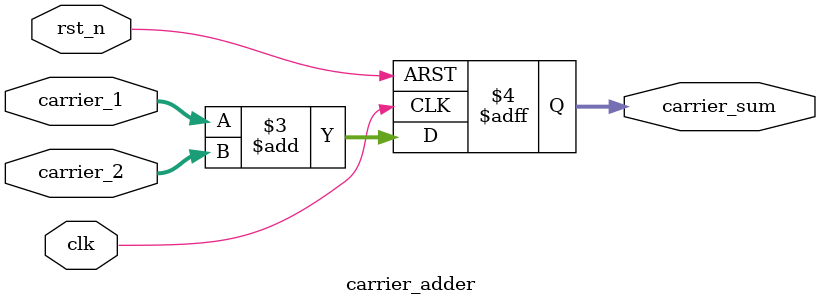
<source format=v>
module carrier_adder
#(
	parameter width_data = 16
)
(
	input	[width_data-1:0]	carrier_1, carrier_2,
	input							clk,
	input							rst_n,
	output reg [width_data-1:0]	carrier_sum
);

	always @ (posedge clk or negedge rst_n)begin
		if(!rst_n)begin
			carrier_sum<=0;
		end
		else begin
			carrier_sum<=carrier_1+carrier_2;
		end
	end
	
endmodule

</source>
